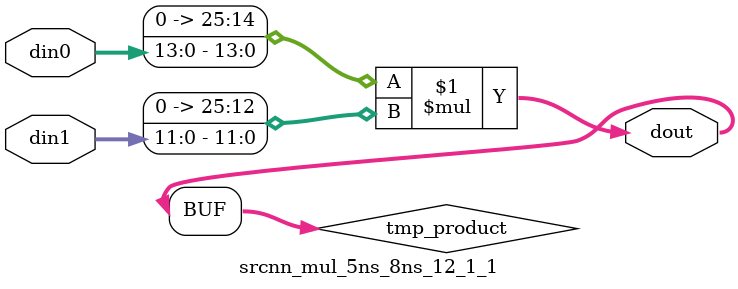
<source format=v>

`timescale 1 ns / 1 ps

  module srcnn_mul_5ns_8ns_12_1_1(din0, din1, dout);
parameter ID = 1;
parameter NUM_STAGE = 0;
parameter din0_WIDTH = 14;
parameter din1_WIDTH = 12;
parameter dout_WIDTH = 26;

input [din0_WIDTH - 1 : 0] din0; 
input [din1_WIDTH - 1 : 0] din1; 
output [dout_WIDTH - 1 : 0] dout;

wire signed [dout_WIDTH - 1 : 0] tmp_product;










assign tmp_product = $signed({1'b0, din0}) * $signed({1'b0, din1});











assign dout = tmp_product;







endmodule

</source>
